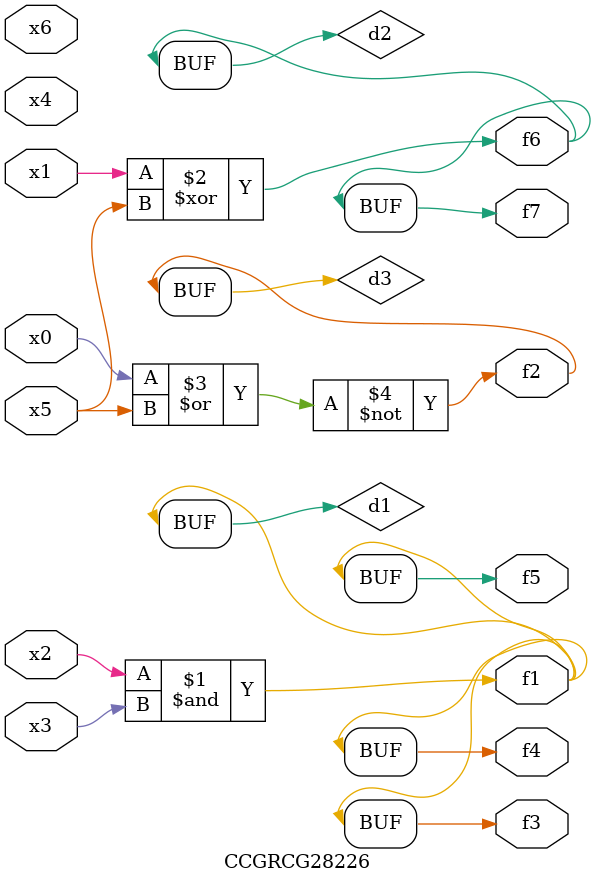
<source format=v>
module CCGRCG28226(
	input x0, x1, x2, x3, x4, x5, x6,
	output f1, f2, f3, f4, f5, f6, f7
);

	wire d1, d2, d3;

	and (d1, x2, x3);
	xor (d2, x1, x5);
	nor (d3, x0, x5);
	assign f1 = d1;
	assign f2 = d3;
	assign f3 = d1;
	assign f4 = d1;
	assign f5 = d1;
	assign f6 = d2;
	assign f7 = d2;
endmodule

</source>
